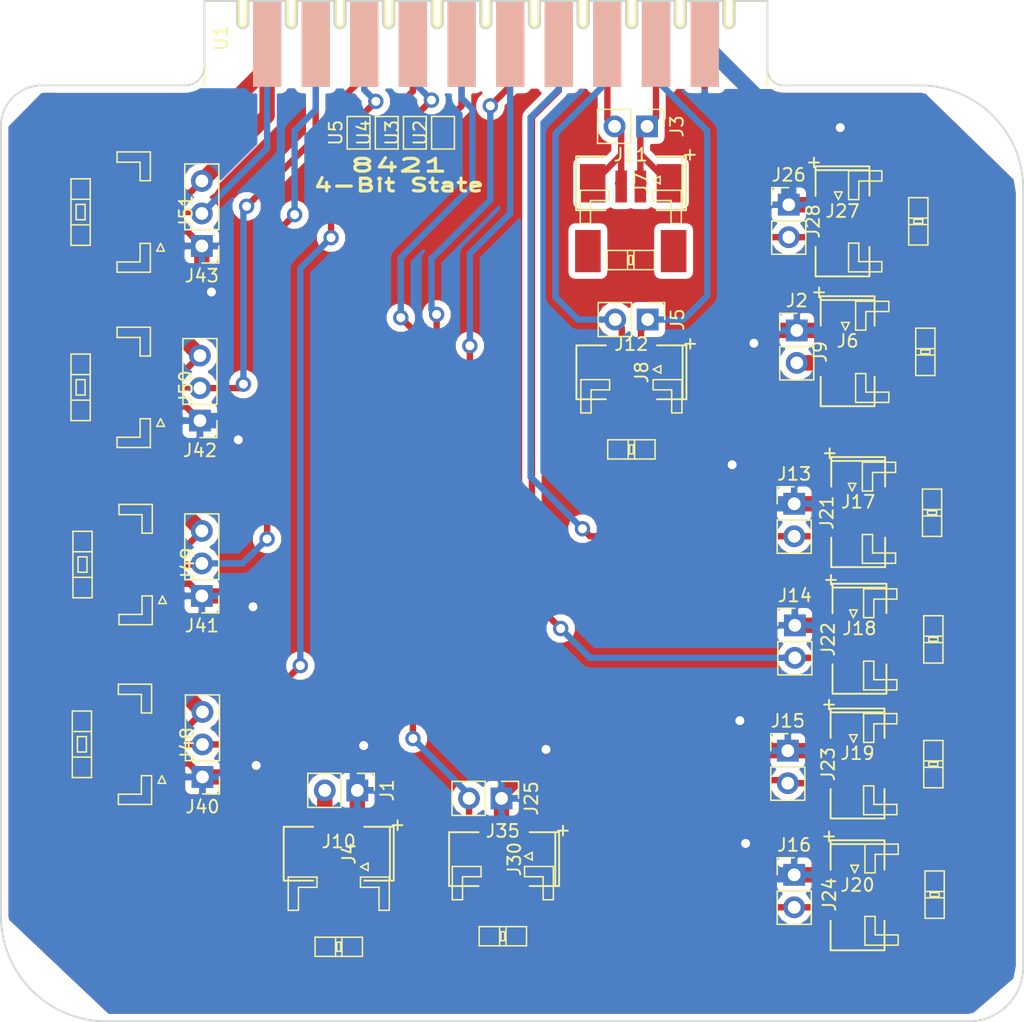
<source format=kicad_pcb>
(kicad_pcb (version 4) (host pcbnew 4.0.6)
  (layers (0 F.Cu signal) (31 B.Cu signal) (34 B.Paste user) (35 F.Paste user) (36 B.SilkS user) (37 F.SilkS user) (38 B.Mask user) (39 F.Mask user) (44 Edge.Cuts user))
  (net 0 "")
  (net 1 GND)
  (net 2 Vin)
  (net 3 TX)
  (net 4 RX)
  (net 5 SDA)
  (net 6 SCL)
  (net 7 Btn1)
  (net 8 Btn2)
  (net 9 Btn3)
  (net 10 Btn4)
  (net 11 Btn5)
  (net 12 Btn6)
  (net 13 Btn7)
  (net 14 Btn8)
  (net 15 Btn9)
  (net 16 A0)
  (net 17 A1)
  (net 18 A2)
  (net 19 A3)
  (net 20 RST)
  (module AtmegaPretty:CardEdge_10x2_DOCK (layer F.Cu) (at 148.75 89.05)
    (fp_text reference U1 (at -20.7 1.6 90) (layer F.SilkS))
    (fp_text value CardEdge_2x10)
    (pad A smd rect (at 17.1 2.1) (size 2.2 6.6) (layers F.Cu F.Paste F.SilkS F.Mask) (net 20 RST))
    (pad B smd rect (at 13.3 2.1) (size 2.2 6.6) (layers F.Cu F.Paste F.SilkS F.Mask) (net 4 RX))
    (pad D smd rect (at 5.7 2.1) (size 2.2 6.6) (layers F.Cu F.Paste F.SilkS F.Mask) (net 8 Btn2))
    (pad C smd rect (at 9.5 2.1) (size 2.2 6.6) (layers F.Cu F.Paste F.SilkS F.Mask) (net 3 TX))
    (pad G smd rect (at -5.7 2.1) (size 2.2 6.6) (layers F.Cu F.Paste F.SilkS F.Mask) (net 14 Btn8))
    (pad H smd rect (at -9.5 2.1) (size 2.2 6.6) (layers F.Cu F.Paste F.SilkS F.Mask) (net 16 A0))
    (pad F smd rect (at -1.9 2.1) (size 2.2 6.6) (layers F.Cu F.Paste F.SilkS F.Mask) (net 12 Btn6))
    (pad E smd rect (at 1.9 2.1) (size 2.2 6.6) (layers F.Cu F.Paste F.SilkS F.Mask) (net 10 Btn4))
    (pad J smd rect (at -17.1 2.1) (size 2.2 6.6) (layers F.Cu F.Paste F.SilkS F.Mask) (net 2 Vin))
    (pad I smd rect (at -13.3 2.1) (size 2.2 6.6) (layers F.Cu F.Paste F.SilkS F.Mask) (net 18 A2))
    (pad 9 smd rect (at -13.3 2.1) (size 2.2 6.6) (layers B.Cu B.Paste B.SilkS B.Mask) (net 17 A1))
    (pad 10 smd rect (at -17.1 2.1) (size 2.2 6.6) (layers B.Cu B.Paste B.SilkS B.Mask) (net 19 A3))
    (pad 5 smd rect (at 1.9 2.1) (size 2.2 6.6) (layers B.Cu B.Paste B.SilkS B.Mask) (net 9 Btn3))
    (pad 6 smd rect (at -1.9 2.1) (size 2.2 6.6) (layers B.Cu B.Paste B.SilkS B.Mask) (net 11 Btn5))
    (pad 8 smd rect (at -9.5 2.1) (size 2.2 6.6) (layers B.Cu B.Paste B.SilkS B.Mask) (net 15 Btn9))
    (pad 7 smd rect (at -5.7 2.1) (size 2.2 6.6) (layers B.Cu B.Paste B.SilkS B.Mask) (net 13 Btn7))
    (pad 3 smd rect (at 9.5 2.1) (size 2.2 6.6) (layers B.Cu B.Paste B.SilkS B.Mask) (net 5 SDA))
    (pad 4 smd rect (at 5.7 2.1) (size 2.2 6.6) (layers B.Cu B.Paste B.SilkS B.Mask) (net 7 Btn1))
    (pad 2 smd rect (at 13.3 2.1) (size 2.2 6.6) (layers B.Cu B.Paste B.SilkS B.Mask) (net 6 SCL))
    (pad 1 smd rect (at 17.1 2.1) (size 2.2 6.6) (layers B.Cu B.Paste B.SilkS B.Mask) (net 1 GND))
  )
  (module Pin_Headers:Pin_Header_Straight_1x02_Pitch2.54mm (layer F.Cu) (at 138.7 149.45 270)
    (fp_text reference J1 (at 0 -2.33 270) (layer F.SilkS))
    (fp_text value CONN_01X02)
    (pad 1 thru_hole rect (at 0 0 270) (size 1.7 1.7) (drill 1) (layers *.Cu *.Mask) (net 1 GND))
    (pad 2 thru_hole oval (at 0 2.54 270) (size 1.7 1.7) (drill 1) (layers *.Cu *.Mask) (net 2 Vin))
  )
  (module Pin_Headers:Pin_Header_Straight_1x02_Pitch2.54mm (layer F.Cu) (at 173.05 113.5)
    (fp_text reference J2 (at 0 -2.33) (layer F.SilkS))
    (fp_text value CONN_01X02)
    (pad 1 thru_hole rect (at 0 0) (size 1.7 1.7) (drill 1) (layers *.Cu *.Mask) (net 1 GND))
    (pad 2 thru_hole oval (at 0 2.54) (size 1.7 1.7) (drill 1) (layers *.Cu *.Mask) (net 2 Vin))
  )
  (module Pin_Headers:Pin_Header_Straight_1x02_Pitch2.54mm (layer F.Cu) (at 161.35 97.55 270)
    (fp_text reference J3 (at 0 -2.33 270) (layer F.SilkS))
    (fp_text value CONN_01X02)
    (pad 1 thru_hole rect (at 0 0 270) (size 1.7 1.7) (drill 1) (layers *.Cu *.Mask) (net 4 RX))
    (pad 2 thru_hole oval (at 0 2.54 270) (size 1.7 1.7) (drill 1) (layers *.Cu *.Mask) (net 3 TX))
  )
  (module SMD_Packages:SMD-2512_Pol (layer F.Cu) (at 137.25 154.4 180)
    (fp_text reference J4 (at -0.8001 0 270) (layer F.SilkS))
    (fp_text value CONN_01X02_FEMALE)
    (fp_text user + (at -4.59994 2.30124 180) (layer F.SilkS))
    (pad 1 smd rect (at -2.99974 0 180) (size 1.99898 2.99974) (layers F.Cu F.Paste F.Mask) (net 1 GND))
    (pad 2 smd rect (at 2.99974 0 180) (size 1.99898 2.99974) (layers F.Cu F.Paste F.Mask) (net 2 Vin))
  )
  (module Pin_Headers:Pin_Header_Straight_1x02_Pitch2.54mm (layer F.Cu) (at 161.4 112.65 270)
    (fp_text reference J5 (at 0 -2.33 270) (layer F.SilkS))
    (fp_text value CONN_01X02)
    (pad 1 thru_hole rect (at 0 0 270) (size 1.7 1.7) (drill 1) (layers *.Cu *.Mask) (net 6 SCL))
    (pad 2 thru_hole oval (at 0 2.54 270) (size 1.7 1.7) (drill 1) (layers *.Cu *.Mask) (net 5 SDA))
  )
  (module SMD_Packages:SMD-2512_Pol (layer F.Cu) (at 177.025 115.125 270)
    (fp_text reference J6 (at -0.8001 0 360) (layer F.SilkS))
    (fp_text value CONN_01X02_FEMALE)
    (fp_text user + (at -4.59994 2.30124 270) (layer F.SilkS))
    (pad 1 smd rect (at -2.99974 0 270) (size 1.99898 2.99974) (layers F.Cu F.Paste F.Mask) (net 1 GND))
    (pad 2 smd rect (at 2.99974 0 270) (size 1.99898 2.99974) (layers F.Cu F.Paste F.Mask) (net 2 Vin))
  )
  (module SMD_Packages:SMD-2512_Pol (layer F.Cu) (at 160.1 102 180)
    (fp_text reference J7 (at -0.8001 0 270) (layer F.SilkS))
    (fp_text value CONN_01X02_FEMALE)
    (fp_text user + (at -4.59994 2.30124 180) (layer F.SilkS))
    (pad 1 smd rect (at -2.99974 0 180) (size 1.99898 2.99974) (layers F.Cu F.Paste F.Mask) (net 4 RX))
    (pad 2 smd rect (at 2.99974 0 180) (size 1.99898 2.99974) (layers F.Cu F.Paste F.Mask) (net 3 TX))
  )
  (module SMD_Packages:SMD-2512_Pol (layer F.Cu) (at 160.125 116.775 180)
    (fp_text reference J8 (at -0.8001 0 270) (layer F.SilkS))
    (fp_text value CONN_01X02_FEMALE)
    (fp_text user + (at -4.59994 2.30124 180) (layer F.SilkS))
    (pad 1 smd rect (at -2.99974 0 180) (size 1.99898 2.99974) (layers F.Cu F.Paste F.Mask) (net 6 SCL))
    (pad 2 smd rect (at 2.99974 0 180) (size 1.99898 2.99974) (layers F.Cu F.Paste F.Mask) (net 5 SDA))
  )
  (module Connectors_JST:JST_ZE_BM02B-ZESS-TBT_02x1.5mm_Straight (layer F.Cu) (at 179.875 115.175 90)
    (fp_text reference J9 (at 0 -5 90) (layer F.SilkS))
    (fp_text value CONN_01X02_MALE)
    (pad 1 smd rect (at 0.75 -2.525 90) (size 0.9 2.5) (layers F.Cu F.Paste F.Mask) (net 1 GND))
    (pad 2 smd rect (at -0.75 -2.525 90) (size 0.9 2.5) (layers F.Cu F.Paste F.Mask) (net 2 Vin))
    (pad "" smd rect (at 3.35 2.525 90) (size 2 3.3) (layers F.Cu F.Paste F.Mask))
    (pad "" smd rect (at -3.35 2.525 90) (size 2 3.3) (layers F.Cu F.Paste F.Mask))
  )
  (module Connectors_JST:JST_ZE_BM02B-ZESS-TBT_02x1.5mm_Straight (layer F.Cu) (at 137.25 158.45)
    (fp_text reference J10 (at 0 -5) (layer F.SilkS))
    (fp_text value CONN_01X02_MALE)
    (pad 1 smd rect (at 0.75 -2.525) (size 0.9 2.5) (layers F.Cu F.Paste F.Mask) (net 1 GND))
    (pad 2 smd rect (at -0.75 -2.525) (size 0.9 2.5) (layers F.Cu F.Paste F.Mask) (net 2 Vin))
    (pad "" smd rect (at 3.35 2.525) (size 2 3.3) (layers F.Cu F.Paste F.Mask))
    (pad "" smd rect (at -3.35 2.525) (size 2 3.3) (layers F.Cu F.Paste F.Mask))
  )
  (module Connectors_JST:JST_ZE_BM02B-ZESS-TBT_02x1.5mm_Straight (layer F.Cu) (at 160.075 104.775)
    (fp_text reference J11 (at 0 -5) (layer F.SilkS))
    (fp_text value CONN_01X02_MALE)
    (pad 1 smd rect (at 0.75 -2.525) (size 0.9 2.5) (layers F.Cu F.Paste F.Mask) (net 4 RX))
    (pad 2 smd rect (at -0.75 -2.525) (size 0.9 2.5) (layers F.Cu F.Paste F.Mask) (net 3 TX))
    (pad "" smd rect (at 3.35 2.525) (size 2 3.3) (layers F.Cu F.Paste F.Mask))
    (pad "" smd rect (at -3.35 2.525) (size 2 3.3) (layers F.Cu F.Paste F.Mask))
  )
  (module Connectors_JST:JST_ZE_BM02B-ZESS-TBT_02x1.5mm_Straight (layer F.Cu) (at 160.125 119.575)
    (fp_text reference J12 (at 0 -5) (layer F.SilkS))
    (fp_text value CONN_01X02_MALE)
    (pad 1 smd rect (at 0.75 -2.525) (size 0.9 2.5) (layers F.Cu F.Paste F.Mask) (net 6 SCL))
    (pad 2 smd rect (at -0.75 -2.525) (size 0.9 2.5) (layers F.Cu F.Paste F.Mask) (net 5 SDA))
    (pad "" smd rect (at 3.35 2.525) (size 2 3.3) (layers F.Cu F.Paste F.Mask))
    (pad "" smd rect (at -3.35 2.525) (size 2 3.3) (layers F.Cu F.Paste F.Mask))
  )
  (module Pin_Headers:Pin_Header_Straight_1x02_Pitch2.54mm (layer F.Cu) (at 172.85 127.05)
    (fp_text reference J13 (at 0 -2.33) (layer F.SilkS))
    (fp_text value CONN_01X02)
    (pad 1 thru_hole rect (at 0 0) (size 1.7 1.7) (drill 1) (layers *.Cu *.Mask) (net 1 GND))
    (pad 2 thru_hole oval (at 0 2.54) (size 1.7 1.7) (drill 1) (layers *.Cu *.Mask) (net 7 Btn1))
  )
  (module Pin_Headers:Pin_Header_Straight_1x02_Pitch2.54mm (layer F.Cu) (at 172.9 136.55)
    (fp_text reference J14 (at 0 -2.33) (layer F.SilkS))
    (fp_text value CONN_01X02)
    (pad 1 thru_hole rect (at 0 0) (size 1.7 1.7) (drill 1) (layers *.Cu *.Mask) (net 1 GND))
    (pad 2 thru_hole oval (at 0 2.54) (size 1.7 1.7) (drill 1) (layers *.Cu *.Mask) (net 8 Btn2))
  )
  (module Pin_Headers:Pin_Header_Straight_1x02_Pitch2.54mm (layer F.Cu) (at 172.35 146.35)
    (fp_text reference J15 (at 0 -2.33) (layer F.SilkS))
    (fp_text value CONN_01X02)
    (pad 1 thru_hole rect (at 0 0) (size 1.7 1.7) (drill 1) (layers *.Cu *.Mask) (net 1 GND))
    (pad 2 thru_hole oval (at 0 2.54) (size 1.7 1.7) (drill 1) (layers *.Cu *.Mask) (net 9 Btn3))
  )
  (module Pin_Headers:Pin_Header_Straight_1x02_Pitch2.54mm (layer F.Cu) (at 172.85 156.05)
    (fp_text reference J16 (at 0 -2.33) (layer F.SilkS))
    (fp_text value CONN_01X02)
    (pad 1 thru_hole rect (at 0 0) (size 1.7 1.7) (drill 1) (layers *.Cu *.Mask) (net 1 GND))
    (pad 2 thru_hole oval (at 0 2.54) (size 1.7 1.7) (drill 1) (layers *.Cu *.Mask) (net 10 Btn4))
  )
  (module SMD_Packages:SMD-2512_Pol (layer F.Cu) (at 177.85 127.7 270)
    (fp_text reference J17 (at -0.8001 0 360) (layer F.SilkS))
    (fp_text value CONN_01X02_FEMALE)
    (fp_text user + (at -4.59994 2.30124 270) (layer F.SilkS))
    (pad 1 smd rect (at -2.99974 0 270) (size 1.99898 2.99974) (layers F.Cu F.Paste F.Mask) (net 1 GND))
    (pad 2 smd rect (at 2.99974 0 270) (size 1.99898 2.99974) (layers F.Cu F.Paste F.Mask) (net 7 Btn1))
  )
  (module SMD_Packages:SMD-2512_Pol (layer F.Cu) (at 177.95 137.6 270)
    (fp_text reference J18 (at -0.8001 0 360) (layer F.SilkS))
    (fp_text value CONN_01X02_FEMALE)
    (fp_text user + (at -4.59994 2.30124 270) (layer F.SilkS))
    (pad 1 smd rect (at -2.99974 0 270) (size 1.99898 2.99974) (layers F.Cu F.Paste F.Mask) (net 1 GND))
    (pad 2 smd rect (at 2.99974 0 270) (size 1.99898 2.99974) (layers F.Cu F.Paste F.Mask) (net 8 Btn2))
  )
  (module SMD_Packages:SMD-2512_Pol (layer F.Cu) (at 177.8 147.35 270)
    (fp_text reference J19 (at -0.8001 0 360) (layer F.SilkS))
    (fp_text value CONN_01X02_FEMALE)
    (fp_text user + (at -4.59994 2.30124 270) (layer F.SilkS))
    (pad 1 smd rect (at -2.99974 0 270) (size 1.99898 2.99974) (layers F.Cu F.Paste F.Mask) (net 1 GND))
    (pad 2 smd rect (at 2.99974 0 270) (size 1.99898 2.99974) (layers F.Cu F.Paste F.Mask) (net 9 Btn3))
  )
  (module SMD_Packages:SMD-2512_Pol (layer F.Cu) (at 177.8 157.65 270)
    (fp_text reference J20 (at -0.8001 0 360) (layer F.SilkS))
    (fp_text value CONN_01X02_FEMALE)
    (fp_text user + (at -4.59994 2.30124 270) (layer F.SilkS))
    (pad 1 smd rect (at -2.99974 0 270) (size 1.99898 2.99974) (layers F.Cu F.Paste F.Mask) (net 1 GND))
    (pad 2 smd rect (at 2.99974 0 270) (size 1.99898 2.99974) (layers F.Cu F.Paste F.Mask) (net 10 Btn4))
  )
  (module Connectors_JST:JST_ZE_BM02B-ZESS-TBT_02x1.5mm_Straight (layer F.Cu) (at 180.4 127.75 90)
    (fp_text reference J21 (at 0 -5 90) (layer F.SilkS))
    (fp_text value CONN_01X02_MALE)
    (pad 1 smd rect (at 0.75 -2.525 90) (size 0.9 2.5) (layers F.Cu F.Paste F.Mask) (net 1 GND))
    (pad 2 smd rect (at -0.75 -2.525 90) (size 0.9 2.5) (layers F.Cu F.Paste F.Mask) (net 7 Btn1))
    (pad "" smd rect (at 3.35 2.525 90) (size 2 3.3) (layers F.Cu F.Paste F.Mask))
    (pad "" smd rect (at -3.35 2.525 90) (size 2 3.3) (layers F.Cu F.Paste F.Mask))
  )
  (module Connectors_JST:JST_ZE_BM02B-ZESS-TBT_02x1.5mm_Straight (layer F.Cu) (at 180.5 137.65 90)
    (fp_text reference J22 (at 0 -5 90) (layer F.SilkS))
    (fp_text value CONN_01X02_MALE)
    (pad 1 smd rect (at 0.75 -2.525 90) (size 0.9 2.5) (layers F.Cu F.Paste F.Mask) (net 1 GND))
    (pad 2 smd rect (at -0.75 -2.525 90) (size 0.9 2.5) (layers F.Cu F.Paste F.Mask) (net 8 Btn2))
    (pad "" smd rect (at 3.35 2.525 90) (size 2 3.3) (layers F.Cu F.Paste F.Mask))
    (pad "" smd rect (at -3.35 2.525 90) (size 2 3.3) (layers F.Cu F.Paste F.Mask))
  )
  (module Connectors_JST:JST_ZE_BM02B-ZESS-TBT_02x1.5mm_Straight (layer F.Cu) (at 180.5 147.4 90)
    (fp_text reference J23 (at 0 -5 90) (layer F.SilkS))
    (fp_text value CONN_01X02_MALE)
    (pad 1 smd rect (at 0.75 -2.525 90) (size 0.9 2.5) (layers F.Cu F.Paste F.Mask) (net 1 GND))
    (pad 2 smd rect (at -0.75 -2.525 90) (size 0.9 2.5) (layers F.Cu F.Paste F.Mask) (net 9 Btn3))
    (pad "" smd rect (at 3.35 2.525 90) (size 2 3.3) (layers F.Cu F.Paste F.Mask))
    (pad "" smd rect (at -3.35 2.525 90) (size 2 3.3) (layers F.Cu F.Paste F.Mask))
  )
  (module Connectors_JST:JST_ZE_BM02B-ZESS-TBT_02x1.5mm_Straight (layer F.Cu) (at 180.6 157.6 90)
    (fp_text reference J24 (at 0 -5 90) (layer F.SilkS))
    (fp_text value CONN_01X02_MALE)
    (pad 1 smd rect (at 0.75 -2.525 90) (size 0.9 2.5) (layers F.Cu F.Paste F.Mask) (net 1 GND))
    (pad 2 smd rect (at -0.75 -2.525 90) (size 0.9 2.5) (layers F.Cu F.Paste F.Mask) (net 10 Btn4))
    (pad "" smd rect (at 3.35 2.525 90) (size 2 3.3) (layers F.Cu F.Paste F.Mask))
    (pad "" smd rect (at -3.35 2.525 90) (size 2 3.3) (layers F.Cu F.Paste F.Mask))
  )
  (module Pin_Headers:Pin_Header_Straight_1x02_Pitch2.54mm (layer F.Cu) (at 149.975 150.075 270)
    (fp_text reference J25 (at 0 -2.33 270) (layer F.SilkS))
    (fp_text value CONN_01X02)
    (pad 1 thru_hole rect (at 0 0 270) (size 1.7 1.7) (drill 1) (layers *.Cu *.Mask) (net 1 GND))
    (pad 2 thru_hole oval (at 0 2.54 270) (size 1.7 1.7) (drill 1) (layers *.Cu *.Mask) (net 11 Btn5))
  )
  (module SMD_Packages:SMD-2512_Pol (layer F.Cu) (at 150.175 154.825 180)
    (fp_text reference J30 (at -0.8001 0 270) (layer F.SilkS))
    (fp_text value CONN_01X02_FEMALE)
    (fp_text user + (at -4.59994 2.30124 180) (layer F.SilkS))
    (pad 1 smd rect (at -2.99974 0 180) (size 1.99898 2.99974) (layers F.Cu F.Paste F.Mask) (net 1 GND))
    (pad 2 smd rect (at 2.99974 0 180) (size 1.99898 2.99974) (layers F.Cu F.Paste F.Mask) (net 11 Btn5))
  )
  (module Connectors_JST:JST_ZE_BM02B-ZESS-TBT_02x1.5mm_Straight (layer F.Cu) (at 150.075 157.625)
    (fp_text reference J35 (at 0 -5) (layer F.SilkS))
    (fp_text value CONN_01X02_MALE)
    (pad 1 smd rect (at 0.75 -2.525) (size 0.9 2.5) (layers F.Cu F.Paste F.Mask) (net 1 GND))
    (pad 2 smd rect (at -0.75 -2.525) (size 0.9 2.5) (layers F.Cu F.Paste F.Mask) (net 11 Btn5))
    (pad "" smd rect (at 3.35 2.525) (size 2 3.3) (layers F.Cu F.Paste F.Mask))
    (pad "" smd rect (at -3.35 2.525) (size 2 3.3) (layers F.Cu F.Paste F.Mask))
  )
  (module Pin_Headers:Pin_Header_Straight_1x03_Pitch2.54mm (layer F.Cu) (at 126.6 148.4 180)
    (fp_text reference J40 (at 0 -2.33 180) (layer F.SilkS))
    (fp_text value CONN_01X03)
    (pad 1 thru_hole rect (at 0 0 180) (size 1.7 1.7) (drill 1) (layers *.Cu *.Mask) (net 1 GND))
    (pad 2 thru_hole oval (at 0 2.54 180) (size 1.7 1.7) (drill 1) (layers *.Cu *.Mask) (net 16 A0))
    (pad 3 thru_hole oval (at 0 5.08 180) (size 1.7 1.7) (drill 1) (layers *.Cu *.Mask) (net 2 Vin))
  )
  (module Pin_Headers:Pin_Header_Straight_1x03_Pitch2.54mm (layer F.Cu) (at 126.55 134.25 180)
    (fp_text reference J41 (at 0 -2.33 180) (layer F.SilkS))
    (fp_text value CONN_01X03)
    (pad 1 thru_hole rect (at 0 0 180) (size 1.7 1.7) (drill 1) (layers *.Cu *.Mask) (net 1 GND))
    (pad 2 thru_hole oval (at 0 2.54 180) (size 1.7 1.7) (drill 1) (layers *.Cu *.Mask) (net 17 A1))
    (pad 3 thru_hole oval (at 0 5.08 180) (size 1.7 1.7) (drill 1) (layers *.Cu *.Mask) (net 2 Vin))
  )
  (module Pin_Headers:Pin_Header_Straight_1x03_Pitch2.54mm (layer F.Cu) (at 126.4 120.55 180)
    (fp_text reference J42 (at 0 -2.33 180) (layer F.SilkS))
    (fp_text value CONN_01X03)
    (pad 1 thru_hole rect (at 0 0 180) (size 1.7 1.7) (drill 1) (layers *.Cu *.Mask) (net 1 GND))
    (pad 2 thru_hole oval (at 0 2.54 180) (size 1.7 1.7) (drill 1) (layers *.Cu *.Mask) (net 18 A2))
    (pad 3 thru_hole oval (at 0 5.08 180) (size 1.7 1.7) (drill 1) (layers *.Cu *.Mask) (net 2 Vin))
  )
  (module Pin_Headers:Pin_Header_Straight_1x03_Pitch2.54mm (layer F.Cu) (at 126.55 106.9 180)
    (fp_text reference J43 (at 0 -2.33 180) (layer F.SilkS))
    (fp_text value CONN_01X03)
    (pad 1 thru_hole rect (at 0 0 180) (size 1.7 1.7) (drill 1) (layers *.Cu *.Mask) (net 1 GND))
    (pad 2 thru_hole oval (at 0 2.54 180) (size 1.7 1.7) (drill 1) (layers *.Cu *.Mask) (net 19 A3))
    (pad 3 thru_hole oval (at 0 5.08 180) (size 1.7 1.7) (drill 1) (layers *.Cu *.Mask) (net 2 Vin))
  )
  (module Connectors_JST:JST_ZE_BM03B-ZESS-TBT_03x1.5mm_Straight (layer F.Cu) (at 120.4 145.85 270)
    (fp_text reference J48 (at 0 -5 270) (layer F.SilkS))
    (fp_text value CONN_01X03_MALE)
    (pad 1 smd rect (at 1.5 -2.525 270) (size 0.9 2.5) (layers F.Cu F.Paste F.Mask) (net 1 GND))
    (pad 2 smd rect (at 0 -2.525 270) (size 0.9 2.5) (layers F.Cu F.Paste F.Mask) (net 16 A0))
    (pad 3 smd rect (at -1.5 -2.525 270) (size 0.9 2.5) (layers F.Cu F.Paste F.Mask) (net 2 Vin))
    (pad "" smd rect (at 4.1 2.525 270) (size 2 3.3) (layers F.Cu F.Paste F.Mask))
    (pad "" smd rect (at -4.1 2.525 270) (size 2 3.3) (layers F.Cu F.Paste F.Mask))
  )
  (module Connectors_JST:JST_ZE_BM03B-ZESS-TBT_03x1.5mm_Straight (layer F.Cu) (at 120.45 131.8 270)
    (fp_text reference J49 (at 0 -5 270) (layer F.SilkS))
    (fp_text value CONN_01X03_MALE)
    (pad 1 smd rect (at 1.5 -2.525 270) (size 0.9 2.5) (layers F.Cu F.Paste F.Mask) (net 1 GND))
    (pad 2 smd rect (at 0 -2.525 270) (size 0.9 2.5) (layers F.Cu F.Paste F.Mask) (net 17 A1))
    (pad 3 smd rect (at -1.5 -2.525 270) (size 0.9 2.5) (layers F.Cu F.Paste F.Mask) (net 2 Vin))
    (pad "" smd rect (at 4.1 2.525 270) (size 2 3.3) (layers F.Cu F.Paste F.Mask))
    (pad "" smd rect (at -4.1 2.525 270) (size 2 3.3) (layers F.Cu F.Paste F.Mask))
  )
  (module Connectors_JST:JST_ZE_BM03B-ZESS-TBT_03x1.5mm_Straight (layer F.Cu) (at 120.3 117.95 270)
    (fp_text reference J50 (at 0 -5 270) (layer F.SilkS))
    (fp_text value CONN_01X03_MALE)
    (pad 1 smd rect (at 1.5 -2.525 270) (size 0.9 2.5) (layers F.Cu F.Paste F.Mask) (net 1 GND))
    (pad 2 smd rect (at 0 -2.525 270) (size 0.9 2.5) (layers F.Cu F.Paste F.Mask) (net 18 A2))
    (pad 3 smd rect (at -1.5 -2.525 270) (size 0.9 2.5) (layers F.Cu F.Paste F.Mask) (net 2 Vin))
    (pad "" smd rect (at 4.1 2.525 270) (size 2 3.3) (layers F.Cu F.Paste F.Mask))
    (pad "" smd rect (at -4.1 2.525 270) (size 2 3.3) (layers F.Cu F.Paste F.Mask))
  )
  (module Connectors_JST:JST_ZE_BM03B-ZESS-TBT_03x1.5mm_Straight (layer F.Cu) (at 120.3 104.25 270)
    (fp_text reference J51 (at 0 -5 270) (layer F.SilkS))
    (fp_text value CONN_01X03_MALE)
    (pad 1 smd rect (at 1.5 -2.525 270) (size 0.9 2.5) (layers F.Cu F.Paste F.Mask) (net 1 GND))
    (pad 2 smd rect (at 0 -2.525 270) (size 0.9 2.5) (layers F.Cu F.Paste F.Mask) (net 19 A3))
    (pad 3 smd rect (at -1.5 -2.525 270) (size 0.9 2.5) (layers F.Cu F.Paste F.Mask) (net 2 Vin))
    (pad "" smd rect (at 4.1 2.525 270) (size 2 3.3) (layers F.Cu F.Paste F.Mask))
    (pad "" smd rect (at -4.1 2.525 270) (size 2 3.3) (layers F.Cu F.Paste F.Mask))
  )
  (module Connectors:GS2 (layer F.Cu) (at 145.4 98.05 180)
    (fp_text reference U2 (at 1.78 0 270) (layer F.SilkS))
    (fp_text value SaB-Jmp)
    (pad 1 smd rect (at 0 -0.64 180) (size 1.27 0.97) (layers F.Cu F.Paste F.Mask) (net 1 GND))
    (pad 2 smd rect (at 0 0.64 180) (size 1.27 0.97) (layers F.Cu F.Paste F.Mask) (net 12 Btn6))
  )
  (module Connectors:GS2 (layer F.Cu) (at 143.2 98.05 180)
    (fp_text reference U3 (at 1.78 0 270) (layer F.SilkS))
    (fp_text value SaB-Jmp)
    (pad 1 smd rect (at 0 -0.64 180) (size 1.27 0.97) (layers F.Cu F.Paste F.Mask) (net 1 GND))
    (pad 2 smd rect (at 0 0.64 180) (size 1.27 0.97) (layers F.Cu F.Paste F.Mask) (net 13 Btn7))
  )
  (module Connectors:GS2 (layer F.Cu) (at 141 98.05 180)
    (fp_text reference U4 (at 1.78 0 270) (layer F.SilkS))
    (fp_text value SaB-Jmp)
    (pad 1 smd rect (at 0 -0.64 180) (size 1.27 0.97) (layers F.Cu F.Paste F.Mask) (net 1 GND))
    (pad 2 smd rect (at 0 0.64 180) (size 1.27 0.97) (layers F.Cu F.Paste F.Mask) (net 14 Btn8))
  )
  (module Connectors:GS2 (layer F.Cu) (at 138.8 98.05 180)
    (fp_text reference U5 (at 1.78 0 270) (layer F.SilkS))
    (fp_text value SaB-Jmp)
    (pad 1 smd rect (at 0 -0.64 180) (size 1.27 0.97) (layers F.Cu F.Paste F.Mask) (net 1 GND))
    (pad 2 smd rect (at 0 0.64 180) (size 1.27 0.97) (layers F.Cu F.Paste F.Mask) (net 15 Btn9))
  )
  (module Pin_Headers:Pin_Header_Straight_1x02_Pitch2.54mm (layer F.Cu) (at 172.425 103.675)
    (fp_text reference J26 (at 0 -2.33) (layer F.SilkS))
    (fp_text value CONN_01X02)
    (pad 1 thru_hole rect (at 0 0) (size 1.7 1.7) (drill 1) (layers *.Cu *.Mask) (net 1 GND))
    (pad 2 thru_hole oval (at 0 2.54) (size 1.7 1.7) (drill 1) (layers *.Cu *.Mask) (net 20 RST))
  )
  (module SMD_Packages:SMD-2512_Pol (layer F.Cu) (at 176.625 104.975 270)
    (fp_text reference J27 (at -0.8001 0 360) (layer F.SilkS))
    (fp_text value CONN_01X02_FEMALE)
    (fp_text user + (at -4.59994 2.30124 270) (layer F.SilkS))
    (pad 1 smd rect (at -2.99974 0 270) (size 1.99898 2.99974) (layers F.Cu F.Paste F.Mask) (net 1 GND))
    (pad 2 smd rect (at 2.99974 0 270) (size 1.99898 2.99974) (layers F.Cu F.Paste F.Mask) (net 20 RST))
  )
  (module Connectors_JST:JST_ZE_BM02B-ZESS-TBT_02x1.5mm_Straight (layer F.Cu) (at 179.325 104.975 90)
    (fp_text reference J28 (at 0 -5 90) (layer F.SilkS))
    (fp_text value CONN_01X02_MALE)
    (pad 1 smd rect (at 0.75 -2.525 90) (size 0.9 2.5) (layers F.Cu F.Paste F.Mask) (net 1 GND))
    (pad 2 smd rect (at -0.75 -2.525 90) (size 0.9 2.5) (layers F.Cu F.Paste F.Mask) (net 20 RST))
    (pad "" smd rect (at 3.35 2.525 90) (size 2 3.3) (layers F.Cu F.Paste F.Mask))
    (pad "" smd rect (at -3.35 2.525 90) (size 2 3.3) (layers F.Cu F.Paste F.Mask))
  )
  (gr_line (start 129.3 87.75) (end 126.75 87.75) (angle 90) (layer Edge.Cuts) (width 0.15))
  (gr_line (start 133.1 87.75) (end 130.2 87.75) (angle 90) (layer Edge.Cuts) (width 0.15))
  (gr_line (start 134 87.75) (end 136.9 87.75) (angle 90) (layer Edge.Cuts) (width 0.15))
  (gr_line (start 140.7 87.75) (end 137.8 87.75) (angle 90) (layer Edge.Cuts) (width 0.15))
  (gr_line (start 144.5 87.75) (end 141.6 87.75) (angle 90) (layer Edge.Cuts) (width 0.15))
  (gr_line (start 148.3 87.75) (end 145.4 87.75) (angle 90) (layer Edge.Cuts) (width 0.15))
  (gr_line (start 152.1 87.75) (end 149.2 87.75) (angle 90) (layer Edge.Cuts) (width 0.15))
  (gr_line (start 155.9 87.75) (end 153 87.75) (angle 90) (layer Edge.Cuts) (width 0.15))
  (gr_line (start 159.7 87.75) (end 156.8 87.75) (angle 90) (layer Edge.Cuts) (width 0.15))
  (gr_line (start 163.5 87.75) (end 160.6 87.75) (angle 90) (layer Edge.Cuts) (width 0.15))
  (gr_line (start 167.3 87.75) (end 164.4 87.75) (angle 90) (layer Edge.Cuts) (width 0.15))
  (gr_line (start 170.75 87.75) (end 168.2 87.75) (angle 90) (layer Edge.Cuts) (width 0.15))
  (gr_arc (start 167.75 89.45) (end 167.75 89.9) (angle 90) (layer Edge.Cuts) (width 0.15))
  (gr_arc (start 167.75 89.45) (end 168.2 89.45) (angle 90) (layer Edge.Cuts) (width 0.15))
  (gr_arc (start 163.95 89.45) (end 163.95 89.9) (angle 90) (layer Edge.Cuts) (width 0.15))
  (gr_arc (start 163.95 89.45) (end 164.4 89.45) (angle 90) (layer Edge.Cuts) (width 0.15))
  (gr_arc (start 160.15 89.45) (end 160.15 89.9) (angle 90) (layer Edge.Cuts) (width 0.15))
  (gr_arc (start 160.15 89.45) (end 160.6 89.45) (angle 90) (layer Edge.Cuts) (width 0.15))
  (gr_arc (start 156.35 89.45) (end 156.35 89.9) (angle 90) (layer Edge.Cuts) (width 0.15))
  (gr_arc (start 156.35 89.45) (end 156.8 89.45) (angle 90) (layer Edge.Cuts) (width 0.15))
  (gr_arc (start 152.55 89.45) (end 152.55 89.9) (angle 90) (layer Edge.Cuts) (width 0.15))
  (gr_arc (start 152.55 89.45) (end 153 89.45) (angle 90) (layer Edge.Cuts) (width 0.15))
  (gr_arc (start 148.75 89.45) (end 148.75 89.9) (angle 90) (layer Edge.Cuts) (width 0.15))
  (gr_arc (start 148.75 89.45) (end 149.2 89.45) (angle 90) (layer Edge.Cuts) (width 0.15))
  (gr_arc (start 144.95 89.45) (end 144.95 89.9) (angle 90) (layer Edge.Cuts) (width 0.15))
  (gr_arc (start 144.95 89.45) (end 145.4 89.45) (angle 90) (layer Edge.Cuts) (width 0.15))
  (gr_arc (start 141.15 89.45) (end 141.15 89.9) (angle 90) (layer Edge.Cuts) (width 0.15))
  (gr_arc (start 141.15 89.45) (end 141.6 89.45) (angle 90) (layer Edge.Cuts) (width 0.15))
  (gr_arc (start 137.35 89.45) (end 137.35 89.9) (angle 90) (layer Edge.Cuts) (width 0.15))
  (gr_arc (start 137.35 89.45) (end 137.8 89.45) (angle 90) (layer Edge.Cuts) (width 0.15))
  (gr_arc (start 133.55 89.45) (end 133.55 89.9) (angle 90) (layer Edge.Cuts) (width 0.15))
  (gr_arc (start 133.55 89.45) (end 134 89.45) (angle 90) (layer Edge.Cuts) (width 0.15))
  (gr_arc (start 129.75 89.45) (end 129.75 89.9) (angle 90) (layer Edge.Cuts) (width 0.15))
  (gr_arc (start 129.75 89.45) (end 130.2 89.45) (angle 90) (layer Edge.Cuts) (width 0.15))
  (gr_line (start 167.3 89.45) (end 167.3 87.75) (angle 90) (layer Edge.Cuts) (width 0.15))
  (gr_line (start 168.2 89.45) (end 168.2 87.75) (angle 90) (layer Edge.Cuts) (width 0.15))
  (gr_line (start 164.4 89.45) (end 164.4 87.75) (angle 90) (layer Edge.Cuts) (width 0.15))
  (gr_line (start 163.5 89.45) (end 163.5 87.75) (angle 90) (layer Edge.Cuts) (width 0.15))
  (gr_line (start 159.7 89.45) (end 159.7 87.75) (angle 90) (layer Edge.Cuts) (width 0.15))
  (gr_line (start 160.6 89.45) (end 160.6 87.75) (angle 90) (layer Edge.Cuts) (width 0.15))
  (gr_line (start 156.8 89.45) (end 156.8 87.75) (angle 90) (layer Edge.Cuts) (width 0.15))
  (gr_line (start 155.9 89.45) (end 155.9 87.75) (angle 90) (layer Edge.Cuts) (width 0.15))
  (gr_line (start 152.1 89.45) (end 152.1 87.75) (angle 90) (layer Edge.Cuts) (width 0.15))
  (gr_line (start 153 89.45) (end 153 87.75) (angle 90) (layer Edge.Cuts) (width 0.15))
  (gr_line (start 149.2 89.45) (end 149.2 87.75) (angle 90) (layer Edge.Cuts) (width 0.15))
  (gr_line (start 148.3 89.45) (end 148.3 87.75) (angle 90) (layer Edge.Cuts) (width 0.15))
  (gr_line (start 144.5 89.45) (end 144.5 87.75) (angle 90) (layer Edge.Cuts) (width 0.15))
  (gr_line (start 145.4 89.45) (end 145.4 87.75) (angle 90) (layer Edge.Cuts) (width 0.15))
  (gr_line (start 141.6 89.45) (end 141.6 87.75) (angle 90) (layer Edge.Cuts) (width 0.15))
  (gr_line (start 140.7 89.45) (end 140.7 87.75) (angle 90) (layer Edge.Cuts) (width 0.15))
  (gr_line (start 136.9 89.45) (end 136.9 87.75) (angle 90) (layer Edge.Cuts) (width 0.15))
  (gr_line (start 137.8 89.45) (end 137.8 87.75) (angle 90) (layer Edge.Cuts) (width 0.15))
  (gr_line (start 134 89.45) (end 134 87.75) (angle 90) (layer Edge.Cuts) (width 0.15))
  (gr_line (start 133.1 89.45) (end 133.1 87.75) (angle 90) (layer Edge.Cuts) (width 0.15))
  (gr_line (start 129.3 89.45) (end 129.3 87.75) (angle 90) (layer Edge.Cuts) (width 0.15))
  (gr_line (start 130.2 89.45) (end 130.2 87.75) (angle 90) (layer Edge.Cuts) (width 0.15))
  (gr_text 8421 (at 141.95 100.6) (layer F.SilkS) (effects (font (size 1 2) (thickness 0.25))))
  (gr_text "4-Bit State" (at 141.95 102.15) (layer F.SilkS) (effects (font (size 1 1.5) (thickness 0.25))))
  (gr_line (start 172.15 94.35) (end 182.85 94.35) (angle 90) (layer Edge.Cuts) (width 0.15))
  (gr_line (start 170.75 93.15) (end 170.75 87.75) (angle 90) (layer Edge.Cuts) (width 0.15))
  (gr_arc (start 172.05 93.05) (end 172.15 94.35) (angle 90) (layer Edge.Cuts) (width 0.15))
  (gr_arc (start 186.5 163.25) (end 190.75 163.25) (angle 90) (layer Edge.Cuts) (width 0.15))
  (gr_arc (start 119.1 159.25) (end 119.2 167.5) (angle 90) (layer Edge.Cuts) (width 0.15))
  (gr_line (start 125.35 94.35) (end 114.15 94.35) (angle 90) (layer Edge.Cuts) (width 0.15))
  (gr_line (start 126.75 87.75) (end 126.75 92.75) (angle 90) (layer Edge.Cuts) (width 0.15))
  (gr_arc (start 125.25 92.85) (end 126.75 92.75) (angle 90) (layer Edge.Cuts) (width 0.15))
  (gr_arc (start 114.05 97.55) (end 110.85 97.45) (angle 90) (layer Edge.Cuts) (width 0.15))
  (gr_arc (start 182.65 102.45) (end 182.85 94.35) (angle 90) (layer Edge.Cuts) (width 0.15))
  (gr_line (start 190.75 163.25) (end 190.75 102.25) (angle 90) (layer Edge.Cuts) (width 0.15))
  (gr_line (start 119.05 167.5) (end 186.5 167.5) (angle 90) (layer Edge.Cuts) (width 0.15))
  (gr_line (start 110.85 97.5) (end 110.85 159.3) (angle 90) (layer Edge.Cuts) (width 0.15))
  (segment (start 172.425 98.35) (end 175.75 98.35) (width 1.2) (layer B.Cu) (net 1))
  (via (at 176.45 97.65) (size 1.2) (drill 0.7) (layers F.Cu B.Cu) (net 1))
  (segment (start 175.75 98.35) (end 176.45 97.65) (width 1.2) (layer B.Cu) (net 1))
  (segment (start 173.05 113.5) (end 170.7 113.5) (width 1.2) (layer F.Cu) (net 1))
  (via (at 169.7 114.5) (size 1.2) (drill 0.7) (layers F.Cu B.Cu) (net 1))
  (segment (start 170.7 113.5) (end 169.7 114.5) (width 1.2) (layer F.Cu) (net 1))
  (segment (start 172.85 127.05) (end 171.05 127.05) (width 1.2) (layer B.Cu) (net 1))
  (via (at 168 124) (size 1.2) (drill 0.7) (layers F.Cu B.Cu) (net 1))
  (segment (start 171.05 127.05) (end 168 124) (width 1.2) (layer B.Cu) (net 1))
  (segment (start 172.35 146.35) (end 170.95 146.35) (width 1.2) (layer F.Cu) (net 1))
  (via (at 168.6 144) (size 1.2) (drill 0.7) (layers F.Cu B.Cu) (net 1))
  (segment (start 170.95 146.35) (end 168.6 144) (width 1.2) (layer F.Cu) (net 1))
  (segment (start 172.85 156.05) (end 171.5 156.05) (width 1.2) (layer B.Cu) (net 1))
  (via (at 169.05 153.6) (size 1.2) (drill 0.7) (layers F.Cu B.Cu) (net 1))
  (segment (start 171.5 156.05) (end 169.05 153.6) (width 1.2) (layer B.Cu) (net 1))
  (segment (start 149.975 150.075) (end 149.975 149.725) (width 1.2) (layer F.Cu) (net 1))
  (segment (start 149.975 149.725) (end 153.45 146.25) (width 1.2) (layer F.Cu) (net 1))
  (segment (start 153.5 146.3) (end 153.55 146.3) (width 1.2) (layer B.Cu) (net 1))
  (segment (start 153.45 146.25) (end 153.5 146.3) (width 1.2) (layer B.Cu) (net 1))
  (via (at 153.45 146.25) (size 1.2) (drill 0.7) (layers F.Cu B.Cu) (net 1))
  (segment (start 138.7 149.45) (end 138.7 146.45) (width 1.2) (layer B.Cu) (net 1))
  (via (at 139.2 145.95) (size 1.2) (drill 0.7) (layers F.Cu B.Cu) (net 1))
  (segment (start 138.7 146.45) (end 139.2 145.95) (width 1.2) (layer B.Cu) (net 1))
  (segment (start 126.55 106.9) (end 126.55 109.75) (width 1.2) (layer F.Cu) (net 1))
  (via (at 127.3 110.5) (size 1.2) (drill 0.7) (layers F.Cu B.Cu) (net 1))
  (segment (start 126.55 109.75) (end 127.3 110.5) (width 1.2) (layer F.Cu) (net 1))
  (segment (start 126.4 120.55) (end 127.9 120.55) (width 1.2) (layer B.Cu) (net 1))
  (via (at 129.4 122.05) (size 1.2) (drill 0.7) (layers F.Cu B.Cu) (net 1))
  (segment (start 127.9 120.55) (end 129.4 122.05) (width 1.2) (layer B.Cu) (net 1))
  (segment (start 126.6 148.4) (end 129.9 148.4) (width 1.2) (layer F.Cu) (net 1))
  (via (at 130.8 147.5) (size 1.2) (drill 0.7) (layers F.Cu B.Cu) (net 1))
  (segment (start 129.9 148.4) (end 130.8 147.5) (width 1.2) (layer F.Cu) (net 1))
  (segment (start 126.55 134.25) (end 129.7 134.25) (width 1.2) (layer F.Cu) (net 1))
  (via (at 130.55 135.1) (size 1.2) (drill 0.7) (layers F.Cu B.Cu) (net 1))
  (segment (start 129.7 134.25) (end 130.55 135.1) (width 1.2) (layer F.Cu) (net 1))
  (segment (start 172.425 103.675) (end 172.425 98.35) (width 1.2) (layer B.Cu) (net 1))
  (segment (start 172.425 98.35) (end 172.425 97.725) (width 1.2) (layer B.Cu) (net 1))
  (segment (start 172.425 97.725) (end 165.85 91.15) (width 1.2) (layer B.Cu) (net 1))
  (segment (start 172.425 103.675) (end 176.25 103.675) (width 1.2) (layer F.Cu) (net 1))
  (segment (start 176.25 103.675) (end 176.8 104.225) (width 1.2) (layer F.Cu) (net 1))
  (segment (start 172.425 103.675) (end 174.92526 103.675) (width 1.2) (layer F.Cu) (net 1))
  (segment (start 174.92526 103.675) (end 176.625 101.97526) (width 1.2) (layer F.Cu) (net 1))
  (segment (start 175.25 113.5) (end 176.425 113.5) (width 1.2) (layer F.Cu) (net 1))
  (segment (start 176.425 113.5) (end 177.35 114.425) (width 1.2) (layer F.Cu) (net 1))
  (segment (start 173.05 113.5) (end 175.25 113.5) (width 1.2) (layer F.Cu) (net 1))
  (segment (start 175.25 113.5) (end 175.65026 113.5) (width 1.2) (layer F.Cu) (net 1))
  (segment (start 175.65026 113.5) (end 177.025 112.12526) (width 1.2) (layer F.Cu) (net 1))
  (segment (start 175.5 127.05) (end 177.825 127.05) (width 1.2) (layer F.Cu) (net 1))
  (segment (start 177.825 127.05) (end 177.875 127) (width 1.2) (layer F.Cu) (net 1))
  (segment (start 172.85 127.05) (end 175.5 127.05) (width 1.2) (layer F.Cu) (net 1))
  (segment (start 175.5 127.05) (end 175.50026 127.05) (width 1.2) (layer F.Cu) (net 1))
  (segment (start 175.50026 127.05) (end 177.85 124.70026) (width 1.2) (layer F.Cu) (net 1))
  (segment (start 176.00026 136.55) (end 177.625 136.55) (width 1.2) (layer F.Cu) (net 1))
  (segment (start 177.625 136.55) (end 177.975 136.9) (width 1.2) (layer F.Cu) (net 1))
  (segment (start 172.9 136.55) (end 176.00026 136.55) (width 1.2) (layer F.Cu) (net 1))
  (segment (start 176.00026 136.55) (end 177.95 134.60026) (width 1.2) (layer F.Cu) (net 1))
  (segment (start 175.80026 146.35) (end 177.675 146.35) (width 1.2) (layer F.Cu) (net 1))
  (segment (start 177.675 146.35) (end 177.975 146.65) (width 1.2) (layer F.Cu) (net 1))
  (segment (start 172.35 146.35) (end 175.80026 146.35) (width 1.2) (layer F.Cu) (net 1))
  (segment (start 175.80026 146.35) (end 177.8 144.35026) (width 1.2) (layer F.Cu) (net 1))
  (segment (start 177.8 154.65026) (end 177.8 156.575) (width 1.2) (layer F.Cu) (net 1))
  (segment (start 177.8 156.575) (end 178.075 156.85) (width 1.2) (layer F.Cu) (net 1))
  (segment (start 172.85 156.05) (end 176.40026 156.05) (width 1.2) (layer F.Cu) (net 1))
  (segment (start 176.40026 156.05) (end 177.8 154.65026) (width 1.2) (layer F.Cu) (net 1))
  (segment (start 153.17474 154.825) (end 152.875 154.825) (width 1.2) (layer F.Cu) (net 1))
  (segment (start 152.875 154.825) (end 149.975 151.925) (width 1.2) (layer F.Cu) (net 1))
  (segment (start 149.975 151.925) (end 149.975 150.075) (width 1.2) (layer F.Cu) (net 1))
  (segment (start 153.17474 154.825) (end 151.1 154.825) (width 1.2) (layer F.Cu) (net 1))
  (segment (start 151.1 154.825) (end 150.825 155.1) (width 1.2) (layer F.Cu) (net 1))
  (segment (start 138.7 149.45) (end 138.7 152.85026) (width 1.2) (layer F.Cu) (net 1))
  (segment (start 138.7 152.85026) (end 140.24974 154.4) (width 1.2) (layer F.Cu) (net 1))
  (segment (start 140.24974 154.4) (end 139.525 154.4) (width 1.2) (layer F.Cu) (net 1))
  (segment (start 139.525 154.4) (end 138 155.925) (width 1.2) (layer F.Cu) (net 1))
  (segment (start 122.925 147.35) (end 125.55 147.35) (width 0.5) (layer F.Cu) (net 1))
  (segment (start 125.55 147.35) (end 126.6 148.4) (width 0.5) (layer F.Cu) (net 1))
  (segment (start 122.975 133.3) (end 125.6 133.3) (width 0.5) (layer F.Cu) (net 1))
  (segment (start 125.6 133.3) (end 126.55 134.25) (width 0.5) (layer F.Cu) (net 1))
  (segment (start 122.825 105.75) (end 125.4 105.75) (width 0.5) (layer F.Cu) (net 1))
  (segment (start 125.4 105.75) (end 126.55 106.9) (width 0.5) (layer F.Cu) (net 1))
  (segment (start 125.3 119.45) (end 126.4 120.55) (width 0.5) (layer F.Cu) (net 1))
  (segment (start 122.825 119.45) (end 125.3 119.45) (width 0.5) (layer F.Cu) (net 1))
  (segment (start 176.8 102.15026) (end 176.625 101.97526) (width 0.5) (layer F.Cu) (net 1))
  (segment (start 165.85 91.15) (end 165.85 92.4) (width 0.5) (layer B.Cu) (net 1))
  (segment (start 123.2 154.4) (end 123.2 157.25) (width 1.2) (layer F.Cu) (net 2))
  (segment (start 180.30026 121.4) (end 177.025 118.12474) (width 1.2) (layer F.Cu) (net 2))
  (segment (start 185.75 121.4) (end 180.30026 121.4) (width 1.2) (layer F.Cu) (net 2))
  (segment (start 187.7 123.35) (end 185.75 121.4) (width 1.2) (layer F.Cu) (net 2))
  (segment (start 187.7 162.55) (end 187.7 123.35) (width 1.2) (layer F.Cu) (net 2))
  (segment (start 185.3 164.95) (end 187.7 162.55) (width 1.2) (layer F.Cu) (net 2))
  (segment (start 130.9 164.95) (end 185.3 164.95) (width 1.2) (layer F.Cu) (net 2))
  (segment (start 123.2 157.25) (end 130.9 164.95) (width 1.2) (layer F.Cu) (net 2))
  (segment (start 173.05 116.04) (end 174.94026 116.04) (width 1.2) (layer F.Cu) (net 2))
  (segment (start 174.94026 116.04) (end 177.025 118.12474) (width 1.2) (layer F.Cu) (net 2))
  (segment (start 173.05 116.04) (end 177.235 116.04) (width 1.2) (layer F.Cu) (net 2))
  (segment (start 177.235 116.04) (end 177.35 115.925) (width 1.2) (layer F.Cu) (net 2))
  (segment (start 134.25026 154.4) (end 134.975 154.4) (width 1.2) (layer F.Cu) (net 2))
  (segment (start 134.975 154.4) (end 136.5 155.925) (width 1.2) (layer F.Cu) (net 2))
  (segment (start 136.16 149.45) (end 136.16 152.49026) (width 1.2) (layer F.Cu) (net 2))
  (segment (start 136.16 152.49026) (end 134.25026 154.4) (width 1.2) (layer F.Cu) (net 2))
  (segment (start 113.05 138.7) (end 121.98 138.7) (width 1.2) (layer F.Cu) (net 2))
  (segment (start 121.98 138.7) (end 126.6 143.32) (width 1.2) (layer F.Cu) (net 2))
  (segment (start 113.05 125.1) (end 122.48 125.1) (width 1.2) (layer F.Cu) (net 2))
  (segment (start 122.48 125.1) (end 126.55 129.17) (width 1.2) (layer F.Cu) (net 2))
  (segment (start 113.05 111.15) (end 122.08 111.15) (width 1.2) (layer F.Cu) (net 2))
  (segment (start 122.08 111.15) (end 126.4 115.47) (width 1.2) (layer F.Cu) (net 2))
  (segment (start 131.65 91.15) (end 131.65 92.95) (width 1.5) (layer F.Cu) (net 2))
  (segment (start 131.65 92.95) (end 128.6 96) (width 1.2) (layer F.Cu) (net 2))
  (segment (start 115.4 154.4) (end 123.2 154.4) (width 1.2) (layer F.Cu) (net 2))
  (segment (start 123.2 154.4) (end 134.25026 154.4) (width 1.2) (layer F.Cu) (net 2))
  (segment (start 113.05 152.05) (end 115.4 154.4) (width 1.2) (layer F.Cu) (net 2))
  (segment (start 113.05 98.85) (end 113.05 111.15) (width 1.2) (layer F.Cu) (net 2))
  (segment (start 113.05 111.15) (end 113.05 125.1) (width 1.2) (layer F.Cu) (net 2))
  (segment (start 113.05 125.1) (end 113.05 138.7) (width 1.2) (layer F.Cu) (net 2))
  (segment (start 113.05 138.7) (end 113.05 152.05) (width 1.2) (layer F.Cu) (net 2))
  (segment (start 115.9 96) (end 113.05 98.85) (width 1.2) (layer F.Cu) (net 2))
  (segment (start 128.6 96) (end 115.9 96) (width 1.2) (layer F.Cu) (net 2))
  (segment (start 131.65 91.15) (end 131.65 96.72) (width 1.2) (layer F.Cu) (net 2))
  (segment (start 131.65 96.72) (end 126.55 101.82) (width 1.2) (layer F.Cu) (net 2))
  (segment (start 131.65 91.15) (end 131.65 93.75) (width 1.5) (layer F.Cu) (net 2))
  (segment (start 122.925 144.35) (end 125.57 144.35) (width 0.5) (layer F.Cu) (net 2))
  (segment (start 125.57 144.35) (end 126.6 143.32) (width 0.5) (layer F.Cu) (net 2))
  (segment (start 122.975 130.3) (end 125.42 130.3) (width 0.5) (layer F.Cu) (net 2))
  (segment (start 125.42 130.3) (end 126.55 129.17) (width 0.5) (layer F.Cu) (net 2))
  (segment (start 122.825 102.75) (end 125.62 102.75) (width 0.5) (layer F.Cu) (net 2))
  (segment (start 125.62 102.75) (end 126.55 101.82) (width 0.5) (layer F.Cu) (net 2))
  (segment (start 122.825 116.45) (end 125.42 116.45) (width 0.5) (layer F.Cu) (net 2))
  (segment (start 125.42 116.45) (end 126.4 115.47) (width 0.5) (layer F.Cu) (net 2))
  (segment (start 157.10026 102) (end 157.10026 101.99974) (width 0.5) (layer F.Cu) (net 3))
  (segment (start 157.10026 101.99974) (end 159.325 99.775) (width 0.5) (layer F.Cu) (net 3))
  (segment (start 158.25 91.15) (end 158.25 96.99) (width 0.5) (layer F.Cu) (net 3))
  (segment (start 158.25 96.99) (end 159.325 98.065) (width 0.5) (layer F.Cu) (net 3))
  (segment (start 159.325 98.065) (end 159.325 99.775) (width 0.5) (layer F.Cu) (net 3))
  (segment (start 159.325 99.775) (end 159.325 102.25) (width 0.5) (layer F.Cu) (net 3))
  (segment (start 159.325 102.25) (end 159.075 102) (width 0.5) (layer F.Cu) (net 3))
  (segment (start 163.09974 102) (end 163.09974 101.99974) (width 0.5) (layer F.Cu) (net 4))
  (segment (start 163.09974 101.99974) (end 160.825 99.725) (width 0.5) (layer F.Cu) (net 4))
  (segment (start 162.05 91.15) (end 162.05 96.85) (width 0.5) (layer F.Cu) (net 4))
  (segment (start 162.05 96.85) (end 160.825 98.075) (width 0.5) (layer F.Cu) (net 4))
  (segment (start 160.825 98.075) (end 160.825 99.725) (width 0.5) (layer F.Cu) (net 4))
  (segment (start 160.825 99.725) (end 160.825 102.25) (width 0.5) (layer F.Cu) (net 4))
  (segment (start 160.825 102.25) (end 161.075 102) (width 0.5) (layer F.Cu) (net 4))
  (segment (start 157.12526 116.775) (end 157.12526 116.77474) (width 0.5) (layer F.Cu) (net 5))
  (segment (start 157.12526 116.77474) (end 159.375 114.525) (width 0.5) (layer F.Cu) (net 5))
  (segment (start 158.86 112.65) (end 158.86 112.81) (width 0.5) (layer F.Cu) (net 5))
  (segment (start 158.86 112.81) (end 159.375 113.325) (width 0.5) (layer F.Cu) (net 5))
  (segment (start 159.375 113.325) (end 159.375 114.525) (width 0.5) (layer F.Cu) (net 5))
  (segment (start 159.375 114.525) (end 159.375 117.05) (width 0.5) (layer F.Cu) (net 5))
  (segment (start 158.25 91.15) (end 158.25 94.05) (width 0.5) (layer B.Cu) (net 5))
  (segment (start 158.25 94.05) (end 154.2 98.1) (width 0.5) (layer B.Cu) (net 5))
  (segment (start 154.2 98.1) (end 154.2 110.9) (width 0.5) (layer B.Cu) (net 5))
  (segment (start 154.2 110.9) (end 155.95 112.65) (width 0.5) (layer B.Cu) (net 5))
  (segment (start 155.95 112.65) (end 158.86 112.65) (width 0.5) (layer B.Cu) (net 5))
  (segment (start 163.12474 116.775) (end 163.12474 116.77474) (width 0.5) (layer F.Cu) (net 6))
  (segment (start 163.12474 116.77474) (end 160.875 114.525) (width 0.5) (layer F.Cu) (net 6))
  (segment (start 161.4 112.65) (end 161.4 112.95) (width 0.5) (layer F.Cu) (net 6))
  (segment (start 161.4 112.95) (end 160.875 113.475) (width 0.5) (layer F.Cu) (net 6))
  (segment (start 160.875 113.475) (end 160.875 114.525) (width 0.5) (layer F.Cu) (net 6))
  (segment (start 160.875 114.525) (end 160.875 117.05) (width 0.5) (layer F.Cu) (net 6))
  (segment (start 162.05 91.15) (end 162.05 93.9) (width 0.5) (layer B.Cu) (net 6))
  (segment (start 162.05 93.9) (end 166.05 97.9) (width 0.5) (layer B.Cu) (net 6))
  (segment (start 166.05 97.9) (end 166.05 110.8) (width 0.5) (layer B.Cu) (net 6))
  (segment (start 166.05 110.8) (end 164.2 112.65) (width 0.5) (layer B.Cu) (net 6))
  (segment (start 164.2 112.65) (end 161.4 112.65) (width 0.5) (layer B.Cu) (net 6))
  (segment (start 162.34974 116) (end 163.12474 116.775) (width 0.5) (layer F.Cu) (net 6))
  (segment (start 154.45 91.15) (end 154.45 94.65) (width 0.5) (layer B.Cu) (net 7))
  (segment (start 156.89 129.59) (end 172.85 129.59) (width 0.5) (layer F.Cu) (net 7))
  (segment (start 156.3 129) (end 156.89 129.59) (width 0.5) (layer F.Cu) (net 7))
  (via (at 156.3 129) (size 1.2) (drill 0.7) (layers F.Cu B.Cu) (net 7))
  (segment (start 152.25 124.95) (end 156.3 129) (width 0.5) (layer B.Cu) (net 7))
  (segment (start 152.25 96.85) (end 152.25 124.95) (width 0.5) (layer B.Cu) (net 7))
  (segment (start 154.45 94.65) (end 152.25 96.85) (width 0.5) (layer B.Cu) (net 7))
  (segment (start 176.05 129.59) (end 176.74026 129.59) (width 0.5) (layer F.Cu) (net 7))
  (segment (start 176.74026 129.59) (end 177.85 130.69974) (width 0.5) (layer F.Cu) (net 7))
  (segment (start 172.85 129.59) (end 176.05 129.59) (width 0.5) (layer F.Cu) (net 7))
  (segment (start 176.05 129.59) (end 176.785 129.59) (width 0.5) (layer F.Cu) (net 7))
  (segment (start 176.785 129.59) (end 177.875 128.5) (width 0.5) (layer F.Cu) (net 7))
  (segment (start 154.45 91.15) (end 154.45 94.75) (width 0.5) (layer F.Cu) (net 8))
  (segment (start 156.89 139.09) (end 172.9 139.09) (width 0.5) (layer B.Cu) (net 8))
  (segment (start 154.6 136.8) (end 156.89 139.09) (width 0.5) (layer B.Cu) (net 8))
  (via (at 154.6 136.8) (size 1.2) (drill 0.7) (layers F.Cu B.Cu) (net 8))
  (segment (start 152.35 134.55) (end 154.6 136.8) (width 0.5) (layer F.Cu) (net 8))
  (segment (start 152.35 96.85) (end 152.35 134.55) (width 0.5) (layer F.Cu) (net 8))
  (segment (start 154.45 94.75) (end 152.35 96.85) (width 0.5) (layer F.Cu) (net 8))
  (segment (start 175.7 139.09) (end 176.44026 139.09) (width 0.5) (layer F.Cu) (net 8))
  (segment (start 176.44026 139.09) (end 177.95 140.59974) (width 0.5) (layer F.Cu) (net 8))
  (segment (start 172.9 139.09) (end 175.7 139.09) (width 0.5) (layer F.Cu) (net 8))
  (segment (start 175.7 139.09) (end 177.285 139.09) (width 0.5) (layer F.Cu) (net 8))
  (segment (start 177.285 139.09) (end 177.975 138.4) (width 0.5) (layer F.Cu) (net 8))
  (segment (start 150.65 91.15) (end 150.65 104.35) (width 0.5) (layer B.Cu) (net 9))
  (segment (start 163.35 148.65) (end 172.11 148.65) (width 0.5) (layer F.Cu) (net 9))
  (segment (start 147.5 132.8) (end 163.35 148.65) (width 0.5) (layer F.Cu) (net 9))
  (segment (start 147.5 114.7) (end 147.5 132.8) (width 0.5) (layer F.Cu) (net 9))
  (via (at 147.5 114.7) (size 1.2) (drill 0.7) (layers F.Cu B.Cu) (net 9))
  (segment (start 147.5 107.5) (end 147.5 114.7) (width 0.5) (layer B.Cu) (net 9))
  (segment (start 150.65 104.35) (end 147.5 107.5) (width 0.5) (layer B.Cu) (net 9))
  (segment (start 172.11 148.65) (end 172.35 148.89) (width 0.5) (layer F.Cu) (net 9))
  (segment (start 175.75 148.89) (end 176.34026 148.89) (width 0.5) (layer F.Cu) (net 9))
  (segment (start 176.34026 148.89) (end 177.8 150.34974) (width 0.5) (layer F.Cu) (net 9))
  (segment (start 172.35 148.89) (end 175.75 148.89) (width 0.5) (layer F.Cu) (net 9))
  (segment (start 175.75 148.89) (end 177.235 148.89) (width 0.5) (layer F.Cu) (net 9))
  (segment (start 177.235 148.89) (end 177.975 148.15) (width 0.5) (layer F.Cu) (net 9))
  (segment (start 172.85 158.59) (end 169.89 158.59) (width 0.5) (layer F.Cu) (net 10))
  (segment (start 149.1 95.95) (end 150.65 94.4) (width 0.5) (layer F.Cu) (net 10))
  (via (at 149.1 95.95) (size 1.2) (drill 0.7) (layers F.Cu B.Cu) (net 10))
  (segment (start 149.1 103.3) (end 149.1 95.95) (width 0.5) (layer B.Cu) (net 10))
  (segment (start 144.5 107.9) (end 149.1 103.3) (width 0.5) (layer B.Cu) (net 10))
  (segment (start 144.5 111.85) (end 144.5 107.9) (width 0.5) (layer B.Cu) (net 10))
  (segment (start 144.9 112.25) (end 144.5 111.85) (width 0.5) (layer B.Cu) (net 10))
  (via (at 144.9 112.25) (size 1.2) (drill 0.7) (layers F.Cu B.Cu) (net 10))
  (segment (start 144.9 133.6) (end 144.9 112.25) (width 0.5) (layer F.Cu) (net 10))
  (segment (start 169.89 158.59) (end 144.9 133.6) (width 0.5) (layer F.Cu) (net 10))
  (segment (start 150.65 94.4) (end 150.65 91.15) (width 0.5) (layer F.Cu) (net 10))
  (segment (start 175.55 158.59) (end 177.835 158.59) (width 0.5) (layer F.Cu) (net 10))
  (segment (start 177.835 158.59) (end 178.075 158.35) (width 0.5) (layer F.Cu) (net 10))
  (segment (start 172.85 158.59) (end 175.55 158.59) (width 0.5) (layer F.Cu) (net 10))
  (segment (start 175.55 158.59) (end 175.74026 158.59) (width 0.5) (layer F.Cu) (net 10))
  (segment (start 175.74026 158.59) (end 177.8 160.64974) (width 0.5) (layer F.Cu) (net 10))
  (segment (start 146.85 91.15) (end 146.85 95.35) (width 0.5) (layer B.Cu) (net 11))
  (segment (start 143.05 145.4) (end 147.435 149.785) (width 0.5) (layer B.Cu) (net 11))
  (via (at 143.05 145.4) (size 1.2) (drill 0.7) (layers F.Cu B.Cu) (net 11))
  (segment (start 143.05 113.45) (end 143.05 145.4) (width 0.5) (layer F.Cu) (net 11))
  (segment (start 142.1 112.5) (end 143.05 113.45) (width 0.5) (layer F.Cu) (net 11))
  (via (at 142.1 112.5) (size 1.2) (drill 0.7) (layers F.Cu B.Cu) (net 11))
  (segment (start 142.1 107.8) (end 142.1 112.5) (width 0.5) (layer B.Cu) (net 11))
  (segment (start 147.7 102.2) (end 142.1 107.8) (width 0.5) (layer B.Cu) (net 11))
  (segment (start 147.7 96.2) (end 147.7 102.2) (width 0.5) (layer B.Cu) (net 11))
  (segment (start 146.85 95.35) (end 147.7 96.2) (width 0.5) (layer B.Cu) (net 11))
  (segment (start 147.435 149.785) (end 147.435 150.075) (width 0.5) (layer B.Cu) (net 11))
  (segment (start 147.17526 154.825) (end 149.05 154.825) (width 0.5) (layer F.Cu) (net 11))
  (segment (start 149.05 154.825) (end 149.325 155.1) (width 0.5) (layer F.Cu) (net 11))
  (segment (start 147.435 150.075) (end 147.435 154.56526) (width 0.5) (layer F.Cu) (net 11))
  (segment (start 147.435 154.56526) (end 147.17526 154.825) (width 0.5) (layer F.Cu) (net 11))
  (segment (start 146.85 91.15) (end 146.85 95.96) (width 0.5) (layer F.Cu) (net 12))
  (segment (start 146.85 95.96) (end 145.4 97.41) (width 0.5) (layer F.Cu) (net 12))
  (segment (start 143.05 91.15) (end 143.05 94.05) (width 0.5) (layer B.Cu) (net 13))
  (segment (start 143.05 94.05) (end 144.5 95.5) (width 0.5) (layer B.Cu) (net 13))
  (via (at 144.5 95.5) (size 1.2) (drill 0.7) (layers F.Cu B.Cu) (net 13))
  (segment (start 144.5 95.5) (end 143.2 96.8) (width 0.5) (layer F.Cu) (net 13))
  (segment (start 143.2 96.8) (end 143.2 97.41) (width 0.5) (layer F.Cu) (net 13))
  (segment (start 141 97.41) (end 141 96.85) (width 0.5) (layer F.Cu) (net 14))
  (segment (start 143.05 94.8) (end 143.05 91.15) (width 0.5) (layer F.Cu) (net 14))
  (segment (start 141 96.85) (end 143.05 94.8) (width 0.5) (layer F.Cu) (net 14))
  (segment (start 139.25 91.15) (end 139.25 94.7) (width 0.5) (layer B.Cu) (net 15))
  (segment (start 140.15 95.6) (end 138.8 96.95) (width 0.5) (layer F.Cu) (net 15))
  (via (at 140.15 95.6) (size 1.2) (drill 0.7) (layers F.Cu B.Cu) (net 15))
  (segment (start 139.25 94.7) (end 140.15 95.6) (width 0.5) (layer B.Cu) (net 15))
  (segment (start 138.8 96.95) (end 138.8 97.41) (width 0.5) (layer F.Cu) (net 15))
  (segment (start 139.25 91.15) (end 139.25 93.65) (width 0.5) (layer F.Cu) (net 16))
  (segment (start 139.25 93.65) (end 136.65 96.25) (width 0.5) (layer F.Cu) (net 16))
  (segment (start 136.65 96.25) (end 136.65 106.25) (width 0.5) (layer F.Cu) (net 16))
  (via (at 136.65 106.25) (size 1.2) (drill 0.7) (layers F.Cu B.Cu) (net 16))
  (segment (start 136.65 106.25) (end 134.25 108.65) (width 0.5) (layer B.Cu) (net 16))
  (segment (start 134.25 108.65) (end 134.25 139.7) (width 0.5) (layer B.Cu) (net 16))
  (via (at 134.25 139.7) (size 1.2) (drill 0.7) (layers F.Cu B.Cu) (net 16))
  (segment (start 134.25 139.7) (end 128.09 145.86) (width 0.5) (layer F.Cu) (net 16))
  (segment (start 128.09 145.86) (end 126.6 145.86) (width 0.5) (layer F.Cu) (net 16))
  (segment (start 122.925 145.85) (end 126.59 145.85) (width 0.5) (layer F.Cu) (net 16))
  (segment (start 126.59 145.85) (end 126.6 145.86) (width 0.5) (layer F.Cu) (net 16))
  (segment (start 135.45 91.15) (end 135.45 96.25) (width 0.5) (layer B.Cu) (net 17))
  (segment (start 129.74 131.71) (end 126.55 131.71) (width 0.5) (layer B.Cu) (net 17))
  (segment (start 131.65 129.8) (end 129.74 131.71) (width 0.5) (layer B.Cu) (net 17))
  (via (at 131.65 129.8) (size 1.2) (drill 0.7) (layers F.Cu B.Cu) (net 17))
  (segment (start 131.65 106.6) (end 131.65 129.8) (width 0.5) (layer F.Cu) (net 17))
  (segment (start 133.8 104.45) (end 131.65 106.6) (width 0.5) (layer F.Cu) (net 17))
  (via (at 133.8 104.45) (size 1.2) (drill 0.7) (layers F.Cu B.Cu) (net 17))
  (segment (start 133.8 97.9) (end 133.8 104.45) (width 0.5) (layer B.Cu) (net 17))
  (segment (start 135.45 96.25) (end 133.8 97.9) (width 0.5) (layer B.Cu) (net 17))
  (segment (start 122.975 131.8) (end 126.46 131.8) (width 0.5) (layer F.Cu) (net 17))
  (segment (start 126.46 131.8) (end 126.55 131.71) (width 0.5) (layer F.Cu) (net 17))
  (segment (start 135.45 91.15) (end 135.45 98.4) (width 0.5) (layer F.Cu) (net 18))
  (segment (start 129.49 118.01) (end 126.4 118.01) (width 0.5) (layer F.Cu) (net 18))
  (segment (start 129.8 117.7) (end 129.49 118.01) (width 0.5) (layer F.Cu) (net 18))
  (via (at 129.8 117.7) (size 1.2) (drill 0.7) (layers F.Cu B.Cu) (net 18))
  (segment (start 129.8 104.05) (end 129.8 117.7) (width 0.5) (layer B.Cu) (net 18))
  (segment (start 130.05 103.8) (end 129.8 104.05) (width 0.5) (layer B.Cu) (net 18))
  (via (at 130.05 103.8) (size 1.2) (drill 0.7) (layers F.Cu B.Cu) (net 18))
  (segment (start 135.45 98.4) (end 130.05 103.8) (width 0.5) (layer F.Cu) (net 18))
  (segment (start 122.825 117.95) (end 126.34 117.95) (width 0.5) (layer F.Cu) (net 18))
  (segment (start 126.34 117.95) (end 126.4 118.01) (width 0.5) (layer F.Cu) (net 18))
  (segment (start 131.65 91.15) (end 131.65 99.26) (width 0.5) (layer B.Cu) (net 19))
  (segment (start 131.65 99.26) (end 126.55 104.36) (width 0.5) (layer B.Cu) (net 19))
  (segment (start 122.825 104.25) (end 126.44 104.25) (width 0.5) (layer F.Cu) (net 19))
  (segment (start 126.44 104.25) (end 126.55 104.36) (width 0.5) (layer F.Cu) (net 19))
  (segment (start 174.2 106.215) (end 174.86526 106.215) (width 0.5) (layer F.Cu) (net 20))
  (segment (start 174.86526 106.215) (end 176.625 107.97474) (width 0.5) (layer F.Cu) (net 20))
  (segment (start 172.425 106.215) (end 174.2 106.215) (width 0.5) (layer F.Cu) (net 20))
  (segment (start 174.2 106.215) (end 176.31 106.215) (width 0.5) (layer F.Cu) (net 20))
  (segment (start 176.31 106.215) (end 176.8 105.725) (width 0.5) (layer F.Cu) (net 20))
  (segment (start 165.85 91.15) (end 165.85 95.05) (width 0.5) (layer F.Cu) (net 20))
  (segment (start 171.015 106.215) (end 172.425 106.215) (width 0.5) (layer F.Cu) (net 20))
  (segment (start 169.85 105.05) (end 171.015 106.215) (width 0.5) (layer F.Cu) (net 20))
  (segment (start 169.85 99.05) (end 169.85 105.05) (width 0.5) (layer F.Cu) (net 20))
  (segment (start 165.85 95.05) (end 169.85 99.05) (width 0.5) (layer F.Cu) (net 20))
  (zone (net 1) (net_name GND) (layer F.Cu) (connect_pads (clearance 0.508)) (min_thickness 0.254) (fill yes (arc_segments 16) (thermal_gap 0.508) (thermal_bridge_width 0.508))
    (polygon (pts (xy 114.45 94.55) (xy 111 98) (xy 111.05 159.15) (xy 119.45 167.1) (xy 186.55 167.1) (xy 190.45 163.75) (xy 190.35 102.05) (xy 182.75 94.65)))
  )
  (zone (net 1) (net_name GND) (layer B.Cu) (connect_pads (clearance 0.508)) (min_thickness 0.254) (fill yes (arc_segments 16) (thermal_gap 0.508) (thermal_bridge_width 0.508))
    (polygon (pts (xy 114.4 94.55) (xy 111 98) (xy 111.05 159.15) (xy 119.45 167.1) (xy 186.55 167.1) (xy 190.45 163.75) (xy 190.35 102.05) (xy 182.75 94.65)))
  )
)
</source>
